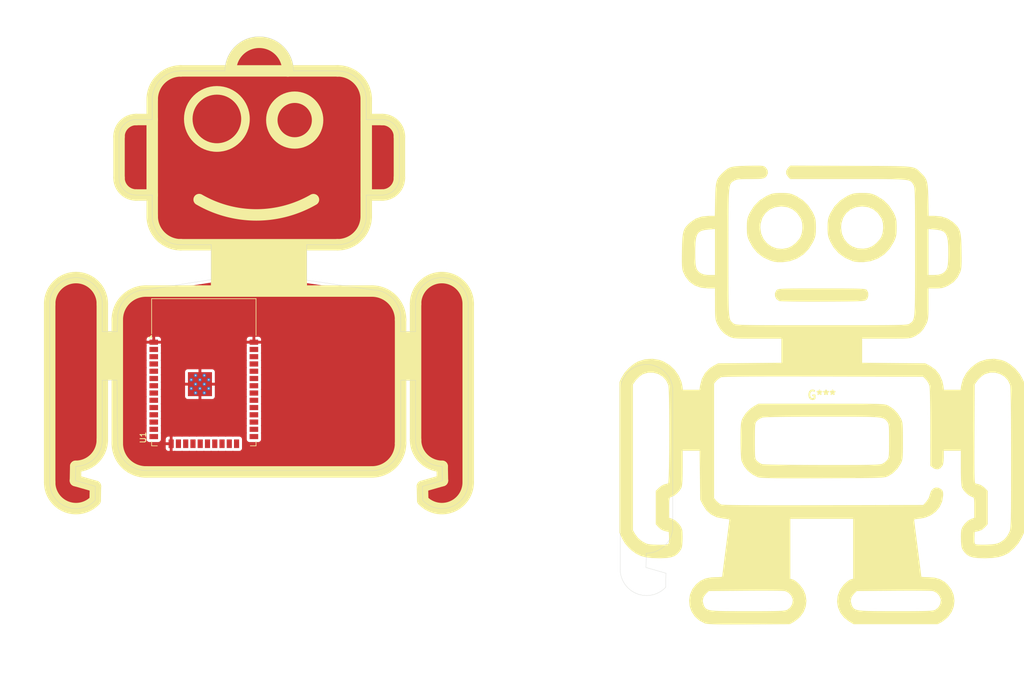
<source format=kicad_pcb>
(kicad_pcb (version 20240108) (generator "pcbnew") (generator_version "8.0")
  (layers (0 "F.Cu" signal) (31 "B.Cu" signal) (34 "B.Paste" user) (35 "F.Paste" user) (36 "B.SilkS" user "B.Silkscreen") (37 "F.SilkS" user "F.Silkscreen") (38 "B.Mask" user) (39 "F.Mask" user) (44 "Edge.Cuts" user))
  (net 0 "")
  (net 36 "GND")
  (footprint "LOGO" (layer "F.Cu") (at 210 108.2)
    (property "Reference" "G***" (at 0 0 0) (layer "F.SilkS") (effects (font (size 1.5 1.5) (thickness 0.3))))
    (property "Value" "LOGO" (hide yes))
    (fp_poly (pts (xy 1.748225 -18.657481) (xy 3.209625 -18.655201) (xy 4.410954 -18.650214) (xy 5.378966 -18.641547) (xy 6.140415 -18.62823) (xy 6.722055 -18.609289) (xy 7.150641 -18.583754) (xy 7.452926 -18.550652) (xy 7.655665 -18.509011) (xy 7.785612 -18.45786) (xy 7.86952 -18.396227) (xy 7.893601 -18.371296) (xy 8.111799 -17.927107) (xy 8.1397 -17.385152) (xy 7.983174 -16.886126) (xy 7.823169 -16.683251) (xy 7.733015 -16.613486) (xy 7.611875 -16.555287) (xy 7.432066 -16.507459) (xy 7.165903 -16.468806) (xy 6.785702 -16.43813) (xy 6.263779 -16.414236) (xy 5.57245 -16.395928) (xy 4.684032 -16.382009) (xy 3.570839 -16.371284) (xy 2.205189 -16.362555) (xy 0.559396 -16.354626) (xy 0.179651 -16.352969) (xy -1.314741 -16.349297) (xy -2.720035 -16.351203) (xy -4.003685 -16.358259) (xy -5.133145 -16.370039) (xy -6.075869 -16.386117) (xy -6.799312 -16.406065) (xy -7.270927 -16.429458) (xy -7.452974 -16.453022) (xy -7.915861 -16.788757) (xy -8.168433 -17.271517) (xy -8.187744 -17.808417) (xy -7.950847 -18.306573) (xy -7.919732 -18.342421) (xy -7.846217 -18.414512) (xy -7.749622 -18.4747) (xy -7.603016 -18.524059) (xy -7.379471 -18.563661) (xy -7.052058 -18.59458) (xy -6.593846 -18.617888) (xy -5.977906 -18.634659) (xy -5.17731 -18.645967) (xy -4.165127 -18.652883) (xy -2.914427 -18.656482) (xy -1.398283 -18.657836) (xy 0 -18.658025)) (fill solid) (layer "F.SilkS"))
    (fp_poly (pts (xy 7.79563 -35.345867) (xy 8.3342 -35.300316) (xy 8.783062 -35.197569) (xy 9.25401 -35.015675) (xy 9.599439 -34.856694) (xy 10.779175 -34.127908) (xy 11.766094 -33.160901) (xy 12.531255 -31.984801) (xy 12.608036 -31.828395) (xy 12.842042 -31.303064) (xy 12.986001 -30.858519) (xy 13.061248 -30.384173) (xy 13.089114 -29.769441) (xy 13.091975 -29.319753) (xy 13.081637 -28.579381) (xy 13.036034 -28.040627) (xy 12.933283 -27.591813) (xy 12.751503 -27.121262) (xy 12.594261 -26.779641) (xy 11.866015 -25.583635) (xy 10.934517 -24.614583) (xy 9.827214 -23.890753) (xy 8.571556 -23.43041) (xy 7.297858 -23.254888) (xy 6.480244 -23.259716) (xy 5.777226 -23.330445) (xy 5.409259 -23.415638) (xy 4.068033 -24.004897) (xy 2.953167 -24.809969) (xy 2.058887 -25.835844) (xy 1.51685 -26.779641) (xy 1.2769 -27.316876) (xy 1.129184 -27.76457) (xy 1.051892 -28.234277) (xy 1.023218 -28.837551) (xy 1.020285 -29.319753) (xy 3.381554 -29.319753) (xy 3.521525 -28.24985) (xy 3.916246 -27.321784) (xy 4.527924 -26.564464) (xy 5.31877 -26.006798) (xy 6.250992 -25.677694) (xy 7.286799 -25.606061) (xy 8.074481 -25.729883) (xy 8.816022 -26.048283) (xy 9.539803 -26.587379) (xy 10.146889 -27.264974) (xy 10.386954 -27.651106) (xy 10.634295 -28.365887) (xy 10.735946 -29.210591) (xy 10.689726 -30.058148) (xy 10.49345 -30.781488) (xy 10.442558 -30.887654) (xy 9.804577 -31.823434) (xy 9.012383 -32.486244) (xy 8.066387 -32.87583) (xy 7.055556 -32.992722) (xy 5.968908 -32.853195) (xy 5.033649 -32.454507) (xy 4.279629 -31.8265) (xy 3.736698 -30.999015) (xy 3.434706 -30.001894) (xy 3.381554 -29.319753) (xy 1.020285 -29.319753) (xy 1.031291 -30.060931) (xy 1.077615 -30.600847) (xy 1.181255 -31.051534) (xy 1.364208 -31.525027) (xy 1.519764 -31.863636) (xy 2.246761 -33.04244) (xy 3.212335 -34.028775) (xy 4.387702 -34.794033) (xy 4.546914 -34.872234) (xy 5.072245 -35.106239) (xy 5.51679 -35.250199) (xy 5.991135 -35.325445) (xy 6.605867 -35.353311) (xy 7.055556 -35.356173)) (fill solid) (layer "F.SilkS"))
    (fp_poly (pts (xy -6.314377 -35.344018) (xy -5.774462 -35.297694) (xy -5.323775 -35.194054) (xy -4.850281 -35.0111) (xy -4.511672 -34.855544) (xy -3.332868 -34.128548) (xy -2.346534 -33.162974) (xy -1.581276 -31.987607) (xy -1.503075 -31.828395) (xy -1.269069 -31.303064) (xy -1.12511 -30.858519) (xy -1.049863 -30.384173) (xy -1.021997 -29.769441) (xy -1.019136 -29.319753) (xy -1.029474 -28.579381) (xy -1.075078 -28.040627) (xy -1.177828 -27.591813) (xy -1.359608 -27.121262) (xy -1.51685 -26.779641) (xy -2.24612 -25.582635) (xy -3.179872 -24.61264) (xy -4.290983 -23.887735) (xy -5.55233 -23.425999) (xy -6.813254 -23.249537) (xy -7.628902 -23.244769) (xy -8.284661 -23.321746) (xy -8.927819 -23.49919) (xy -9.014659 -23.529366) (xy -10.237671 -24.096179) (xy -11.250363 -24.869222) (xy -12.084133 -25.87771) (xy -12.67052 -26.930983) (xy -12.87793 -27.417087) (xy -13.004564 -27.862428) (xy -13.069302 -28.374014) (xy -13.091024 -29.058855) (xy -13.091975 -29.319753) (xy -10.729557 -29.319753) (xy -10.58816 -28.266874) (xy -10.191652 -27.34422) (xy -9.581561 -26.582814) (xy -8.799412 -26.013676) (xy -7.886734 -25.667828) (xy -6.885051 -25.576291) (xy -5.93583 -25.738754) (xy -5.234297 -26.073743) (xy -4.539501 -26.61725) (xy -3.955164 -27.279589) (xy -3.724157 -27.651106) (xy -3.476816 -28.365887) (xy -3.375165 -29.210591) (xy -3.421385 -30.058148) (xy -3.617661 -30.781488) (xy -3.668553 -30.887654) (xy -4.306535 -31.823434) (xy -5.098728 -32.486244) (xy -6.044724 -32.87583) (xy -7.055555 -32.992722) (xy -8.142203 -32.853195) (xy -9.077462 -32.454507) (xy -9.831482 -31.8265) (xy -10.374413 -30.999015) (xy -10.676405 -30.001894) (xy -10.729557 -29.319753) (xy -13.091975 -29.319753) (xy -13.081637 -30.060124) (xy -13.036033 -30.598879) (xy -12.933283 -31.047693) (xy -12.751503 -31.518244) (xy -12.594261 -31.859865) (xy -11.860078 -33.05543) (xy -10.896152 -34.04067) (xy -9.720185 -34.797882) (xy -9.595667 -34.858459) (xy -9.058432 -35.098408) (xy -8.610738 -35.246125) (xy -8.141031 -35.323416) (xy -7.537758 -35.35209) (xy -7.055555 -35.355023)) (fill solid) (layer "F.SilkS"))
    (fp_poly (pts (xy 2.041858 1.489674) (xy 3.871606 1.490614) (xy 5.433923 1.49298) (xy 6.751883 1.497426) (xy 7.848561 1.504607) (xy 8.747031 1.515176) (xy 9.470369 1.529788) (xy 10.041648 1.549097) (xy 10.483943 1.573757) (xy 10.820329 1.604423) (xy 11.07388 1.641748) (xy 11.267671 1.686386) (xy 11.424777 1.738993) (xy 11.568271 1.800221) (xy 11.613424 1.820974) (xy 12.49567 2.38429) (xy 13.271782 3.179975) (xy 13.824325 4.049502) (xy 13.947316 4.313439) (xy 14.038958 4.573353) (xy 14.103842 4.879093) (xy 14.14656 5.280509) (xy 14.171702 5.827447) (xy 14.183859 6.569758) (xy 14.187621 7.55729) (xy 14.187805 7.996296) (xy 14.18599 9.08754) (xy 14.177485 9.91506) (xy 14.157699 10.528703) (xy 14.122041 10.978319) (xy 14.065921 11.313756) (xy 13.984747 11.584864) (xy 13.873929 11.841489) (xy 13.824325 11.943091) (xy 13.21626 12.881968) (xy 12.428889 13.662231) (xy 11.613424 14.171618) (xy 11.467319 14.236323) (xy 11.313531 14.292101) (xy 11.128698 14.339701) (xy 10.889454 14.379868) (xy 10.572437 14.413348) (xy 10.154284 14.440887) (xy 9.611631 14.463233) (xy 8.921115 14.481131) (xy 8.059372 14.495327) (xy 7.003038 14.506568) (xy 5.728752 14.5156) (xy 4.213148 14.52317) (xy 2.432864 14.530023) (xy 0.364537 14.536907) (xy 0.15679 14.537575) (xy -2.015663 14.543548) (xy -3.89565 14.54631) (xy -5.504271 14.545523) (xy -6.862629 14.540852) (xy -7.991823 14.531962) (xy -8.912955 14.518517) (xy -9.647125 14.500182) (xy -10.215434 14.47662) (xy -10.638984 14.447496) (xy -10.938875 14.412475) (xy -11.136209 14.37122) (xy -11.179451 14.357259) (xy -12.108728 13.890956) (xy -12.928656 13.229618) (xy -13.57787 12.438055) (xy -13.995005 11.581073) (xy -14.069037 11.305548) (xy -14.10727 10.970734) (xy -14.140392 10.383473) (xy -14.166343 9.604885) (xy -14.183062 8.696089) (xy -14.187144 7.996296) (xy -11.680864 7.996296) (xy -11.679856 9.057522) (xy -11.673488 9.851222) (xy -11.656741 10.423449) (xy -11.624599 10.82026) (xy -11.572044 11.087707) (xy -11.494058 11.271844) (xy -11.385625 11.418726) (xy -11.297528 11.514878) (xy -10.887734 11.842907) (xy -10.437962 12.061322) (xy -10.435182 12.062134) (xy -10.197425 12.086687) (xy -9.674077 12.110298) (xy -8.893125 12.132557) (xy -7.882559 12.153055) (xy -6.670367 12.171383) (xy -5.284536 12.18713) (xy -3.753056 12.199888) (xy -2.103915 12.209246) (xy -0.365101 12.214795) (xy 0.044234 12.215489) (xy 2.133435 12.21737) (xy 3.930844 12.216393) (xy 5.458238 12.212139) (xy 6.737394 12.204189) (xy 7.790092 12.192127) (xy 8.638107 12.175532) (xy 9.30322 12.153988) (xy 9.807206 12.127075) (xy 10.171845 12.094375) (xy 10.418913 12.05547) (xy 10.562044 12.013444) (xy 11.030678 11.731277) (xy 11.419354 11.365139) (xy 11.538741 11.196551) (xy 11.626383 11.006579) (xy 11.687161 10.746844) (xy 11.725955 10.368965) (xy 11.747649 9.824561) (xy 11.757122 9.065253) (xy 11.759258 8.04266) (xy 11.759259 7.996296) (xy 11.757313 6.962337) (xy 11.748221 6.193569) (xy 11.727102 5.641613) (xy 11.689073 5.258087) (xy 11.629255 4.994612) (xy 11.542764 4.802806) (xy 11.42472 4.634291) (xy 11.419354 4.627453) (xy 11.284543 4.457997) (xy 11.150717 4.312268) (xy 10.994501 4.188477) (xy 10.792523 4.084839) (xy 10.52141 3.999567) (xy 10.157786 3.930874) (xy 9.67828 3.876973) (xy 9.059518 3.836076) (xy 8.278125 3.806398) (xy 7.31073 3.786152) (xy 6.133958 3.77355) (xy 4.724436 3.766805) (xy 3.05879 3.764132) (xy 1.113647 3.763742) (xy 0.122629 3.763837) (xy -1.954613 3.766522) (xy -3.84359 3.774026) (xy -5.527432 3.786097) (xy -6.989268 3.802484) (xy -8.212228 3.822934) (xy -9.179441 3.847195) (xy -9.874036 3.875016) (xy -10.279142 3.906145) (xy -10.359791 3.920389) (xy -10.858787 4.144206) (xy -11.289922 4.469782) (xy -11.300532 4.480912) (xy -11.430178 4.627447) (xy -11.526406 4.782627) (xy -11.594197 4.992483) (xy -11.638529 5.303042) (xy -11.664384 5.760332) (xy -11.67674 6.410384) (xy -11.680578 7.299226) (xy -11.680864 7.996296) (xy -14.187144 7.996296) (xy -14.188516 7.761111) (xy -14.185318 6.702264) (xy -14.17336 5.904181) (xy -14.147889 5.31407) (xy -14.104157 4.879141) (xy -14.037412 4.546603) (xy -13.942904 4.263664) (xy -13.855694 4.062528) (xy -13.301773 3.181836) (xy -12.527864 2.394477) (xy -11.715897 1.843346) (xy -11.053704 1.489506) (xy -0.078395 1.489506)) (fill solid) (layer "F.SilkS"))
    (fp_poly (pts (xy 5.053604 -40.103323) (xy 7.175872 -40.095203) (xy 9.008154 -40.088049) (xy 10.574028 -40.079555) (xy 11.89707 -40.067417) (xy 13.000859 -40.049329) (xy 13.908971 -40.022985) (xy 14.644984 -39.98608) (xy 15.232475 -39.936308) (xy 15.695021 -39.871364) (xy 16.0562 -39.788942) (xy 16.339589 -39.686736) (xy 16.568766 -39.562443) (xy 16.767307 -39.413754) (xy 16.958791 -39.238366) (xy 17.166793 -39.033973) (xy 17.299397 -38.905872) (xy 17.718291 -38.487578) (xy 18.035117 -38.098706) (xy 18.265091 -37.685697) (xy 18.42343 -37.194996) (xy 18.525351 -36.573045) (xy 18.586071 -35.766287) (xy 18.620806 -34.721165) (xy 18.630922 -34.219444) (xy 18.682929 -31.358025) (xy 19.661155 -31.358025) (xy 20.912689 -31.243043) (xy 21.980892 -30.890433) (xy 22.899682 -30.288698) (xy 22.953409 -30.242125) (xy 23.405068 -29.826438) (xy 23.750436 -29.442984) (xy 24.004629 -29.040823) (xy 24.182766 -28.569013) (xy 24.299965 -27.976613) (xy 24.371345 -27.212683) (xy 24.412022 -26.22628) (xy 24.432347 -25.2588) (xy 24.446761 -24.149199) (xy 24.445586 -23.302953) (xy 24.42607 -22.670099) (xy 24.385463 -22.200675) (xy 24.321013 -21.84472) (xy 24.229968 -21.55227) (xy 24.227934 -21.546928) (xy 23.721193 -20.539583) (xy 23.040825 -19.765101) (xy 22.138182 -19.168752) (xy 22.094717 -19.146805) (xy 21.520569 -18.883462) (xy 21.029929 -18.734948) (xy 20.482789 -18.670262) (xy 19.887303 -18.658025) (xy 18.658025 -18.658025) (xy 18.656493 -15.953395) (xy 18.653022 -14.954458) (xy 18.639848 -14.211291) (xy 18.610879 -13.666104) (xy 18.560026 -13.261109) (xy 18.481199 -12.938514) (xy 18.368308 -12.640532) (xy 18.288847 -12.464815) (xy 17.760792 -11.533981) (xy 17.136375 -10.843437) (xy 16.349194 -10.321328) (xy 16.271708 -10.281944) (xy 16.023661 -10.161247) (xy 15.79439 -10.067344) (xy 15.542176 -9.996874) (xy 15.2253 -9.946472) (xy 14.802042 -9.912775) (xy 14.230684 -9.89242) (xy 13.469505 -9.882045) (xy 12.476786 -9.878285) (xy 11.258104 -9.877778) (xy 7.055556 -9.877778) (xy 7.055556 -7.768585) (xy 7.055556 -5.659391) (xy 12.582408 -5.61272) (xy 18.109259 -5.566049) (xy 18.911984 -5.142585) (xy 19.862945 -4.473129) (xy 20.582921 -3.595049) (xy 21.063863 -2.520248) (xy 21.249907 -1.685494) (xy 21.359062 -0.940741) (xy 22.809454 -0.940741) (xy 24.259846 -0.940741) (xy 24.358501 -1.660504) (xy 24.66282 -2.781563) (xy 25.23533 -3.842615) (xy 26.030648 -4.785091) (xy 27.003388 -5.550421) (xy 27.638591 -5.893538) (xy 28.83575 -6.272398) (xy 30.090795 -6.365061) (xy 31.333456 -6.171526) (xy 32.098446 -5.893538) (xy 33.015367 -5.343957) (xy 33.883157 -4.586946) (xy 34.607982 -3.7151) (xy 35.012159 -3.018329) (xy 35.356173 -2.273457) (xy 35.356173 10.896914) (xy 35.356173 24.067284) (xy 34.939047 24.957091) (xy 34.378955 25.901152) (xy 33.642929 26.780592) (xy 32.822651 27.492124) (xy 32.505966 27.698146) (xy 31.738442 28.072041) (xy 30.886559 28.325941) (xy 29.881543 28.473717) (xy 28.654615 28.529241) (xy 28.379012 28.530498) (xy 27.306085 28.49991) (xy 26.482892 28.397093) (xy 25.850007 28.202267) (xy 25.348 27.895648) (xy 24.917444 27.457456) (xy 24.833033 27.350135) (xy 24.602581 27.013268) (xy 24.459921 26.679362) (xy 24.378956 26.25052) (xy 24.333589 25.628845) (xy 24.325333 25.445639) (xy 24.31147 24.755468) (xy 24.32504 24.115804) (xy 24.362974 23.645736) (xy 24.37339 23.581611) (xy 24.601459 23.016217) (xy 25.028155 22.435012) (xy 25.56173 21.940564) (xy 26.110434 21.635442) (xy 26.115899 21.633624) (xy 26.654321 21.455928) (xy 26.654321 19.681999) (xy 26.652036 18.915593) (xy 26.637306 18.405943) (xy 26.598317 18.096227) (xy 26.523256 17.92962) (xy 26.400308 17.8493) (xy 26.265221 17.810411) (xy 25.796283 17.585162) (xy 25.280163 17.178794) (xy 24.819312 16.685766) (xy 24.516179 16.200538) (xy 24.5143 16.196066) (xy 24.429962 15.878983) (xy 24.368593 15.368238) (xy 24.328259 14.631956) (xy 24.307024 13.638264) (xy 24.302469 12.705036) (xy 24.302469 10.319949) (xy 26.675592 10.319949) (xy 26.676208 11.68373) (xy 26.682018 12.797891) (xy 26.693408 13.683744) (xy 26.710762 14.362601) (xy 26.734467 14.855773) (xy 26.764907 15.184572) (xy 26.802467 15.370309) (xy 26.845195 15.43369) (xy 27.1396 15.511861) (xy 27.50239 15.596764) (xy 27.894566 15.770325) (xy 28.335388 16.085926) (xy 28.482328 16.221341) (xy 29.006173 16.745185) (xy 29.006173 19.656026) (xy 29.006173 22.566866) (xy 28.525951 23.113809) (xy 27.950879 23.590942) (xy 27.389223 23.790006) (xy 26.732716 23.91926) (xy 26.68539 24.919736) (xy 26.684726 25.576182) (xy 26.761401 25.956013) (xy 26.84218 26.060248) (xy 27.074998 26.112031) (xy 27.547435 26.143886) (xy 28.185981 26.152735) (xy 28.770988 26.141043) (xy 29.631634 26.098079) (xy 30.255744 26.029816) (xy 30.720104 25.923688) (xy 31.101498 25.76713) (xy 31.12284 25.75616) (xy 31.848847 25.279409) (xy 32.387988 24.666582) (xy 32.755961 23.988889) (xy 32.814731 23.852382) (xy 32.865832 23.705372) (xy 32.909805 23.52615) (xy 32.94719 23.293009) (xy 32.978529 22.984241) (xy 33.004363 22.578138) (xy 33.025232 22.052993) (xy 33.041679 21.387096) (xy 33.054244 20.558742) (xy 33.063468 19.54622) (xy 33.069893 18.327825) (xy 33.074059 16.881848) (xy 33.076508 15.186581) (xy 33.07778 13.220316) (xy 33.078398 11.053704) (xy 33.076781 8.50205) (xy 33.07085 6.21858) (xy 33.060675 4.209054) (xy 33.04633 2.479236) (xy 33.027886 1.034888) (xy 33.005414 -0.11823) (xy 32.978986 -0.974355) (xy 32.948674 -1.527724) (xy 32.919026 -1.75902) (xy 32.542744 -2.570685) (xy 31.94596 -3.218639) (xy 31.189044 -3.678614) (xy 30.332366 -3.926339) (xy 29.436296 -3.937545) (xy 28.561203 -3.687963) (xy 28.366086 -3.589374) (xy 27.8565 -3.222059) (xy 27.367725 -2.736102) (xy 27.210049 -2.534491) (xy 26.732716 -1.854784) (xy 26.688405 6.758282) (xy 26.679786 8.685237) (xy 26.675592 10.319949) (xy 24.302469 10.319949) (xy 24.302469 9.720988) (xy 22.812963 9.720988) (xy 21.323457 9.720988) (xy 21.323457 10.828826) (xy 21.298168 11.437356) (xy 21.231933 11.960231) (xy 21.141056 12.279135) (xy 20.743223 12.782364) (xy 20.261072 12.99155) (xy 19.726624 12.899229) (xy 19.384725 12.68862) (xy 18.971605 12.36366) (xy 18.967865 5.672262) (xy 18.963781 4.229578) (xy 18.953654 2.864862) (xy 18.938208 1.614291) (xy 18.918165 0.514041) (xy 18.894248 -0.399711) (xy 18.867181 -1.090789) (xy 18.837687 -1.523016) (xy 18.821858 -1.632498) (xy 18.611787 -2.149314) (xy 18.273843 -2.645696) (xy 18.195447 -2.730029) (xy 17.711303 -3.214197) (xy 0.271392 -3.255774) (xy -2.665175 -3.26183) (xy -5.299639 -3.265199) (xy -7.643469 -3.265793) (xy -9.708131 -3.263524) (xy -11.505092 -3.258302) (xy -13.045819 -3.250039) (xy -14.34178 -3.238648) (xy -15.404442 -3.224038) (xy -16.245273 -3.206123) (xy -16.875738 -3.184812) (xy -17.307306 -3.160019) (xy -17.551444 -3.131654) (xy -17.602866 -3.117845) (xy -18.001965 -2.872226) (xy -18.393609 -2.513717) (xy -18.426014 -2.476275) (xy -18.814815 -2.014212) (xy -18.814815 7.996296) (xy -18.814815 18.006805) (xy -18.426014 18.468868) (xy -18.045659 18.830763) (xy -17.638761 19.094645) (xy -17.602866 19.110437) (xy -17.438577 19.140409) (xy -17.091984 19.166773) (xy -16.551626 19.189618) (xy -15.806039 19.209032) (xy -14.84376 19.225102) (xy -13.653326 19.237919) (xy -12.223274 19.247569) (xy -10.542141 19.254142) (xy -8.598463 19.257726) (xy -6.380779 19.258409) (xy -3.877624 19.256279) (xy -1.077536 19.251426) (xy 0.286453 19.248367) (xy 17.741425 19.20679) (xy 18.253399 18.648105) (xy 18.711731 17.955662) (xy 18.870695 17.430776) (xy 19.087959 16.781219) (xy 19.46499 16.34515) (xy 19.948268 16.148774) (xy 20.484273 16.218297) (xy 20.874914 16.449422) (xy 21.10629 16.697681) (xy 21.209246 17.02131) (xy 21.222107 17.526821) (xy 21.043029 18.613929) (xy 20.595816 19.584787) (xy 19.915054 20.404939) (xy 19.035334 21.039925) (xy 17.991244 21.455289) (xy 17.132376 21.601064) (xy 16.624055 21.656246) (xy 16.268925 21.722267) (xy 16.149383 21.779093) (xy 16.168603 21.953395) (xy 16.223071 22.400591) (xy 16.307999 23.08256) (xy 16.418599 23.961182) (xy 16.550083 24.998335) (xy 16.697662 26.155901) (xy 16.776543 26.77223) (xy 16.930354 27.974969) (xy 17.070494 29.075573) (xy 17.192178 30.036105) (xy 17.290626 30.818627) (xy 17.361056 31.385205) (xy 17.398684 31.697901) (xy 17.403704 31.747319) (xy 17.547548 31.786493) (xy 17.927372 31.815269) (xy 18.465614 31.828168) (xy 18.551699 31.828395) (xy 19.707171 31.911486) (xy 20.658974 32.177157) (xy 21.474316 32.650011) (xy 21.958084 33.07525) (xy 22.644791 33.962394) (xy 23.055574 34.938979) (xy 23.196995 35.958299) (xy 23.075611 36.973651) (xy 22.697985 37.938331) (xy 22.070677 38.805635) (xy 21.200246 39.528857) (xy 21.037531 39.628859) (xy 20.304321 40.059877) (xy 12.935185 40.059877) (xy 5.566049 40.059877) (xy 4.832839 39.628859) (xy 3.919369 38.930335) (xy 3.250936 38.081039) (xy 2.833859 37.127088) (xy 2.674458 36.114597) (xy 2.686663 35.994997) (xy 5.065711 35.994997) (xy 5.230446 36.697695) (xy 5.249009 36.737847) (xy 5.370189 36.982425) (xy 5.4997 37.185357) (xy 5.666175 37.350548) (xy 5.898244 37.481902) (xy 6.224541 37.583326) (xy 6.673697 37.658723) (xy 7.274344 37.711999) (xy 8.055114 37.747058) (xy 9.04464 37.767804) (xy 10.271553 37.778144) (xy 11.764486 37.781981) (xy 12.91149 37.78285) (xy 14.53247 37.782387) (xy 15.869681 37.778324) (xy 16.952921 37.769612) (xy 17.811992 37.755201) (xy 18.476691 37.734044) (xy 18.976821 37.705092) (xy 19.342179 37.667295) (xy 19.602567 37.619606) (xy 19.787784 37.560975) (xy 19.837337 37.539119) (xy 20.358526 37.131873) (xy 20.700509 36.543921) (xy 20.808987 35.882183) (xy 20.785473 35.672082) (xy 20.533617 35.075679) (xy 20.072618 34.579543) (xy 19.498735 34.281101) (xy 19.385205 34.254846) (xy 19.124002 34.236386) (xy 18.585612 34.221492) (xy 17.806411 34.210393) (xy 16.822775 34.203315) (xy 15.671078 34.200486) (xy 14.387697 34.202135) (xy 13.009008 34.208489) (xy 12.51416 34.21184) (xy 6.13511 34.258642) (xy 5.656544 34.717278) (xy 5.209343 35.326928) (xy 5.065711 35.994997) (xy 2.686663 35.994997) (xy 2.779053 35.08968) (xy 3.153963 34.098453) (xy 3.805509 33.187031) (xy 3.932012 33.055525) (xy 4.378138 32.653995) (xy 4.802271 32.346101) (xy 5.081723 32.209863) (xy 5.487654 32.107981) (xy 5.487654 26.872509) (xy 5.487654 21.637037) (xy 0 21.637037) (xy -5.487654 21.637037) (xy -5.487654 26.872509) (xy -5.487654 32.107981) (xy -5.081723 32.209863) (xy -4.761644 32.37191) (xy -4.330512 32.6931) (xy -3.932012 33.055525) (xy -3.236906 33.950404) (xy -2.819418 34.932254) (xy -2.673227 35.954962) (xy -2.792015 36.972411) (xy -3.169461 37.938487) (xy -3.799245 38.807073) (xy -4.675048 39.532056) (xy -4.832839 39.628859) (xy -5.566049 40.059877) (xy -12.7 40.095298) (xy -14.46862 40.102295) (xy -15.949615 40.103811) (xy -17.168903 40.099252) (xy -18.152403 40.088019) (xy -18.92603 40.069518) (xy -19.515704 40.043152) (xy -19.947342 40.008325) (xy -20.246862 39.964441) (xy -20.422232 39.917677) (xy -21.408878 39.41024) (xy -22.189203 38.70665) (xy -22.752436 37.854884) (xy -23.08781 36.902921) (xy -23.17528 35.994997) (xy -20.80466 35.994997) (xy -20.639924 36.697695) (xy -20.621361 36.737847) (xy -20.500181 36.982425) (xy -20.37067 37.185357) (xy -20.204196 37.350548) (xy -19.972126 37.481902) (xy -19.64583 37.583326) (xy -19.196674 37.658723) (xy -18.596027 37.711999) (xy -17.815256 37.747058) (xy -16.82573 37.767804) (xy -15.598817 37.778144) (xy -14.105885 37.781981) (xy -12.958881 37.78285) (xy -11.3379 37.782387) (xy -10.000689 37.778324) (xy -8.917449 37.769612) (xy -8.058379 37.755201) (xy -7.393679 37.734044) (xy -6.89355 37.705092) (xy -6.528191 37.667295) (xy -6.267804 37.619606) (xy -6.082587 37.560975) (xy -6.033033 37.539119) (xy -5.511844 37.131873) (xy -5.169861 36.543921) (xy -5.061383 35.882183) (xy -5.084897 35.672082) (xy -5.336754 35.075679) (xy -5.797753 34.579543) (xy -6.371636 34.281101) (xy -6.485165 34.254846) (xy -6.746368 34.236386) (xy -7.284758 34.221492) (xy -8.063959 34.210393) (xy -9.047596 34.203315) (xy -10.199292 34.200486) (xy -11.482673 34.202135) (xy -12.861363 34.208489) (xy -13.35621 34.21184) (xy -19.735261 34.258642) (xy -20.213826 34.717278) (xy -20.661028 35.326928) (xy -20.80466 35.994997) (xy -23.17528 35.994997) (xy -23.184554 35.898738) (xy -23.0319 34.890313) (xy -22.619078 33.925624) (xy -21.958083 33.07525) (xy -21.195008 32.456086) (xy -20.338716 32.059932) (xy -19.321997 31.862188) (xy -18.551699 31.828395) (xy -17.997016 31.818236) (xy -17.58957 31.791412) (xy -17.406923 31.753399) (xy -17.403704 31.747319) (xy -17.384499 31.577571) (xy -17.330072 31.134742) (xy -17.245207 30.456767) (xy -17.134684 29.581584) (xy -17.003287 28.54713) (xy -16.855798 27.39134) (xy -16.776543 26.77223) (xy -16.622672 25.568468) (xy -16.482486 24.465927) (xy -16.360774 23.502725) (xy -16.262322 22.716983) (xy -16.19192 22.146822) (xy -16.154355 21.830362) (xy -16.149383 21.779093) (xy -16.292035 21.716589) (xy -16.664499 21.650907) (xy -17.141382 21.600341) (xy -18.332988 21.368734) (xy -19.344565 20.881285) (xy -20.171955 20.140762) (xy -20.803923 19.164393) (xy -21.245062 18.266049) (xy -21.293475 13.993519) (xy -21.341889 9.720988) (xy -22.822179 9.720988) (xy -24.302469 9.720988) (xy -24.302469 12.705036) (xy -24.310649 13.912672) (xy -24.336479 14.838996) (xy -24.381894 15.515881) (xy -24.448826 15.975202) (xy -24.514299 16.196066) (xy -24.815348 16.680742) (xy -25.275134 17.174157) (xy -25.791209 17.581853) (xy -26.261121 17.80937) (xy -26.265221 17.810411) (xy -26.433201 17.862988) (xy -26.544179 17.957998) (xy -26.609967 18.152263) (xy -26.642378 18.502607) (xy -26.653228 19.065853) (xy -26.654321 19.681999) (xy -26.654321 21.455928) (xy -26.115899 21.633624) (xy -25.56752 21.936237) (xy -25.033315 22.429243) (xy -24.605035 23.010073) (xy -24.374427 23.57616) (xy -24.37339 23.581611) (xy -24.330879 24.002632) (xy -24.312107 24.61746) (xy -24.320144 25.307008) (xy -24.325333 25.445639) (xy -24.366151 26.126367) (xy -24.43648 26.59143) (xy -24.562417 26.938725) (xy -24.77006 27.266147) (xy -24.833033 27.350135) (xy -25.256312 27.817594) (xy -25.73892 28.149445) (xy -26.340285 28.365468) (xy -27.119835 28.485446) (xy -28.136998 28.529161) (xy -28.379012 28.530498) (xy -29.689599 28.491855) (xy -30.76168 28.358672) (xy -31.661835 28.108897) (xy -32.456647 27.720476) (xy -33.212697 27.171354) (xy -33.642115 26.787187) (xy -34.395074 25.913939) (xy -34.905532 25.042891) (xy -35.356173 24.067284) (xy -35.356173 10.896914) (xy -35.356173 -1.854469) (xy -33.004321 -1.854469) (xy -33.004321 10.871222) (xy -33.004321 23.596914) (xy -32.612346 24.295507) (xy -32.101555 24.968473) (xy -31.419154 25.545847) (xy -30.675089 25.941666) (xy -30.397959 26.026849) (xy -29.966917 26.09201) (xy -29.368765 26.136315) (xy -28.687811 26.159225) (xy -28.008362 26.160196) (xy -27.414729 26.138689) (xy -26.991218 26.094162) (xy -26.84218 26.04968) (xy -26.720083 25.829235) (xy -26.675804 25.353334) (xy -26.68539 24.919736) (xy -26.732716 23.91926) (xy -27.389223 23.790006) (xy -28.05541 23.528761) (xy -28.525951 23.113809) (xy -29.006173 22.566866) (xy -29.006173 19.656026) (xy -29.006173 16.745185) (xy -28.482328 16.221341) (xy -28.062906 15.877619) (xy -27.634437 15.639166) (xy -27.50239 15.596764) (xy -27.105245 15.50356) (xy -26.850309 15.435653) (xy -26.809105 15.271307) (xy -26.772314 14.828187) (xy -26.740001 14.141069) (xy -26.712232 13.244728) (xy -26.689071 12.173942) (xy -26.670584 10.963486) (xy -26.656837 9.648136) (xy -26.647895 8.262668) (xy -26.643823 6.841857) (xy -26.644686 5.420481) (xy -26.65055 4.033315) (xy -26.661479 2.715135) (xy -26.677541 1.500716) (xy -26.698798 0.424836) (xy -26.725318 -0.47773) (xy -26.757165 -1.172205) (xy -26.794405 -1.623815) (xy -26.818011 -1.75902) (xy -27.194293 -2.570685) (xy -27.791077 -3.218639) (xy -28.547993 -3.678614) (xy -29.404671 -3.926339) (xy -30.300741 -3.937545) (xy -31.175834 -3.687963) (xy -31.370951 -3.589374) (xy -31.880483 -3.222072) (xy -32.369226 -2.736088) (xy -32.526988 -2.534333) (xy -33.004321 -1.854469) (xy -35.356173 -1.854469) (xy -35.356173 -2.273457) (xy -35.012159 -3.018329) (xy -34.462972 -3.915481) (xy -33.697992 -4.769664) (xy -32.811052 -5.488284) (xy -32.098446 -5.893538) (xy -30.901287 -6.272398) (xy -29.646242 -6.365061) (xy -28.403581 -6.171526) (xy -27.638591 -5.893538) (xy -26.585702 -5.258553) (xy -25.68088 -4.407172) (xy -24.970168 -3.399319) (xy -24.499608 -2.294915) (xy -24.352524 -1.6169) (xy -24.259846 -0.940741) (xy -22.812963 -0.940741) (xy -21.36608 -0.940741) (xy -21.267425 -1.660504) (xy -20.962705 -2.840601) (xy -20.40484 -3.858168) (xy -19.61362 -4.68395) (xy -18.911984 -5.142585) (xy -18.109259 -5.566049) (xy -12.582407 -5.61272) (xy -7.055555 -5.659391) (xy -7.055555 -7.768585) (xy -7.055555 -9.877778) (xy -11.258104 -9.877778) (xy -12.514248 -9.878339) (xy -13.498531 -9.882266) (xy -14.252673 -9.892922) (xy -14.818393 -9.913669) (xy -15.237409 -9.947871) (xy -15.551443 -9.998892) (xy -15.802212 -10.070093) (xy -16.031437 -10.164839) (xy -16.271708 -10.281944) (xy -17.075994 -10.792918) (xy -17.711804 -11.466146) (xy -18.245539 -12.373481) (xy -18.288847 -12.464815) (xy -18.423238 -12.774044) (xy -18.520189 -13.075861) (xy -18.585792 -13.428054) (xy -18.626135 -13.888415) (xy -18.64731 -14.514731) (xy -18.655406 -15.364793) (xy -18.656493 -15.953395) (xy -18.658025 -18.658025) (xy -19.887303 -18.658025) (xy -21.138809 -18.789535) (xy -22.218397 -19.179905) (xy -23.116682 -19.822887) (xy -23.824281 -20.712238) (xy -24.227934 -21.546928) (xy -24.319518 -21.838645) (xy -24.384455 -22.192904) (xy -24.425496 -22.659669) (xy -24.445391 -23.288901) (xy -24.446894 -24.130564) (xy -24.436696 -24.926879) (xy -22.107407 -24.926879) (xy -22.096621 -23.855372) (xy -22.055115 -23.046818) (xy -21.969162 -22.451051) (xy -21.825041 -22.017907) (xy -21.609025 -21.697219) (xy -21.307392 -21.438822) (xy -21.119857 -21.317109) (xy -20.600179 -21.10394) (xy -19.904275 -21.015528) (xy -19.637963 -21.010463) (xy -18.658025 -21.009876) (xy -18.658025 -25.030765) (xy -18.658025 -29.051653) (xy -19.771149 -28.958333) (xy -20.504948 -28.868457) (xy -21.068864 -28.712264) (xy -21.484684 -28.452156) (xy -21.774197 -28.050537) (xy -21.95919 -27.469809) (xy -22.061451 -26.672377) (xy -22.102767 -25.620642) (xy -22.107407 -24.926879) (xy -24.436696 -24.926879) (xy -24.432755 -25.234618) (xy -24.432347 -25.2588) (xy -24.405213 -26.456422) (xy -24.359292 -27.391427) (xy -24.279465 -28.114754) (xy -24.150615 -28.677346) (xy -23.957623 -29.130143) (xy -23.685372 -29.524086) (xy -23.318742 -29.910117) (xy -22.953408 -30.242125) (xy -22.042905 -30.859959) (xy -20.985129 -31.227943) (xy -19.746162 -31.357574) (xy -19.661155 -31.358025) (xy -18.682929 -31.358025) (xy -18.630922 -34.219444) (xy -18.602367 -35.375992) (xy -18.553971 -36.272551) (xy -18.470518 -36.962677) (xy -18.336791 -37.499928) (xy -18.137574 -37.937861) (xy -17.857649 -38.330033) (xy -17.4818 -38.73) (xy -17.299397 -38.905872) (xy -16.871546 -39.295414) (xy -16.48567 -39.586401) (xy -16.085004 -39.794326) (xy -15.612781 -39.93468) (xy -15.012237 -40.022956) (xy -14.226608 -40.074645) (xy -13.199128 -40.10524) (xy -12.880927 -40.111738) (xy -11.895698 -40.129313) (xy -11.174248 -40.134715) (xy -10.66686 -40.123108) (xy -10.323819 -40.089657) (xy -10.095409 -40.029526) (xy -9.931913 -39.937879) (xy -9.784322 -39.810542) (xy -9.464146 -39.329014) (xy -9.411784 -38.79801) (xy -9.625342 -38.306355) (xy -9.820527 -38.11138) (xy -10.009265 -37.983421) (xy -10.233066 -37.894026) (xy -10.548537 -37.836383) (xy -11.012285 -37.803678) (xy -11.680916 -37.789097) (xy -12.525157 -37.785834) (xy -13.444471 -37.781036) (xy -14.109532 -37.762733) (xy -14.579589 -37.72424) (xy -14.913895 -37.658876) (xy -15.1717 -37.559956) (xy -15.335669 -37.46882) (xy -15.515721 -37.35973) (xy -15.672018 -37.252707) (xy -15.80624 -37.126052) (xy -15.920067 -36.958067) (xy -16.015176 -36.727053) (xy -16.093247 -36.411311) (xy -16.155959 -35.989143) (xy -16.204992 -35.438849) (xy -16.242024 -34.738732) (xy -16.268734 -33.867092) (xy -16.286802 -32.802231) (xy -16.297906 -31.52245) (xy -16.303725 -30.006051) (xy -16.30594 -28.231334) (xy -16.306227 -26.176601) (xy -16.306173 -24.926879) (xy -16.306334 -22.737209) (xy -16.305768 -20.839011) (xy -16.302903 -19.210175) (xy -16.296164 -17.828595) (xy -16.283979 -16.672163) (xy -16.264773 -15.718771) (xy -16.236973 -14.946311) (xy -16.199006 -14.332675) (xy -16.149299 -13.855755) (xy -16.086278 -13.493444) (xy -16.00837 -13.223634) (xy -15.914001 -13.024216) (xy -15.801598 -12.873083) (xy -15.669587 -12.748127) (xy -15.516396 -12.62724) (xy -15.425815 -12.557054) (xy -15.353033 -12.502443) (xy -15.269388 -12.454269) (xy -15.15586 -12.412129) (xy -14.993431 -12.375619) (xy -14.763084 -12.344335) (xy -14.445799 -12.317874) (xy -14.022558 -12.295831) (xy -13.474344 -12.277803) (xy -12.782137 -12.263387) (xy -11.926919 -12.252179) (xy -10.889673 -12.243775) (xy -9.651379 -12.237771) (xy -8.193019 -12.233764) (xy -6.495575 -12.23135) (xy -4.540029 -12.230125) (xy -2.307362 -12.229686) (xy 0 -12.22963) (xy 2.503524 -12.229703) (xy 4.712485 -12.230191) (xy 6.645903 -12.231499) (xy 8.322796 -12.23403) (xy 9.762182 -12.238187) (xy 10.983079 -12.244375) (xy 12.004506 -12.252996) (xy 12.845482 -12.264455) (xy 13.525024 -12.279156) (xy 14.062151 -12.297501) (xy 14.475881 -12.319895) (xy 14.785232 -12.346741) (xy 15.009224 -12.378443) (xy 15.166874 -12.415405) (xy 15.2772 -12.45803) (xy 15.359222 -12.506722) (xy 15.425815 -12.557054) (xy 15.590177 -12.684113) (xy 15.732722 -12.803404) (xy 15.855002 -12.936916) (xy 15.958566 -13.106638) (xy 16.044964 -13.334559) (xy 16.115745 -13.642668) (xy 16.17246 -14.052953) (xy 16.216658 -14.587405) (xy 16.249889 -15.268011) (xy 16.273703 -16.116761) (xy 16.28965 -17.155643) (xy 16.299279 -18.406648) (xy 16.304141 -19.891763) (xy 16.305784 -21.632978) (xy 16.305759 -23.652282) (xy 16.305588 -25.030765) (xy 18.658025 -25.030765) (xy 18.658025 -21.009876) (xy 19.637963 -21.010463) (xy 20.407358 -21.06404) (xy 20.971845 -21.236439) (xy 21.119857 -21.317109) (xy 21.469526 -21.563163) (xy 21.726704 -21.846385) (xy 21.905115 -22.21694) (xy 22.018483 -22.724993) (xy 22.080533 -23.420711) (xy 22.104989 -24.354259) (xy 22.107408 -24.926879) (xy 22.089065 -26.134343) (xy 22.01941 -27.067081) (xy 21.876503 -27.762566) (xy 21.638403 -28.258275) (xy 21.283172 -28.591682) (xy 20.788868 -28.800261) (xy 20.133552 -28.921488) (xy 19.745916 -28.960449) (xy 18.658025 -29.051653) (xy 18.658025 -25.030765) (xy 16.305588 -25.030765) (xy 16.305587 -25.039436) (xy 16.305228 -27.190615) (xy 16.304005 -29.050546) (xy 16.301333 -30.641558) (xy 16.296632 -31.985983) (xy 16.289319 -33.106152) (xy 16.278811 -34.024395) (xy 16.264527 -34.763045) (xy 16.245883 -35.344431) (xy 16.222298 -35.790885) (xy 16.193189 -36.124737) (xy 16.157974 -36.36832) (xy 16.11607 -36.543963) (xy 16.066896 -36.673997) (xy 16.009869 -36.780755) (xy 15.99894 -36.798869) (xy 15.883554 -36.991162) (xy 15.773681 -37.156752) (xy 15.646366 -37.297634) (xy 15.478655 -37.415799) (xy 15.247597 -37.513243) (xy 14.930237 -37.591957) (xy 14.503621 -37.653935) (xy 13.944797 -37.701169) (xy 13.23081 -37.735654) (xy 12.338708 -37.759381) (xy 11.245536 -37.774345) (xy 9.928341 -37.782538) (xy 8.364171 -37.785954) (xy 6.53007 -37.786585) (xy 4.625968 -37.78642) (xy -5.501908 -37.78642) (xy -5.886756 -38.171268) (xy -6.208208 -38.672338) (xy -6.223484 -39.197915) (xy -5.9327 -39.705282) (xy -5.882507 -39.757672) (xy -5.493409 -40.146769)) (fill solid) (layer "F.SilkS"))
  )
  (footprint "RF_Module:ESP32-WROOM-32" (layer "F.Cu") (at 102.02 107.19)
    (property "Reference" "U1" (at -10.61 8.43 90) (layer "F.SilkS"))
    (property "Value" "ESP32-WROOM-32")
    (fp_line (start -9.12 -15.86) (end -9.12 -9.7) (stroke (width 0.12)) (layer "F.SilkS"))
    (fp_line (start -9.12 -15.86) (end 9.12 -15.86) (stroke (width 0.12)) (layer "F.SilkS"))
    (fp_line (start -9.12 9.1) (end -9.12 9.88) (stroke (width 0.12)) (layer "F.SilkS"))
    (fp_line (start -9.12 9.88) (end -8.12 9.88) (stroke (width 0.12)) (layer "F.SilkS"))
    (fp_line (start 9.12 -15.86) (end 9.12 -9.445) (stroke (width 0.12)) (layer "F.SilkS"))
    (fp_line (start 9.12 9.1) (end 9.12 9.88) (stroke (width 0.12)) (layer "F.SilkS"))
    (fp_line (start 9.12 9.88) (end 8.12 9.88) (stroke (width 0.12)) (layer "F.SilkS"))
    (fp_poly (pts (xy -9.125 -8.975) (xy -9.625 -8.975) (xy -9.125 -9.475) (xy -9.125 -8.975)) (stroke (width 0.12)) (fill solid) (layer "F.SilkS"))
    (pad "1" smd rect (at -8.75 -8.25) (size 1.5 0.9) (layers "F.Cu" "F.Paste" "F.Mask") (net 36 "GND"))
    (pad "2" smd rect (at -8.75 -6.98) (size 1.5 0.9) (layers "F.Cu" "F.Paste" "F.Mask"))
    (pad "3" smd rect (at -8.75 -5.71) (size 1.5 0.9) (layers "F.Cu" "F.Paste" "F.Mask"))
    (pad "4" smd rect (at -8.75 -4.44) (size 1.5 0.9) (layers "F.Cu" "F.Paste" "F.Mask"))
    (pad "5" smd rect (at -8.75 -3.17) (size 1.5 0.9) (layers "F.Cu" "F.Paste" "F.Mask"))
    (pad "6" smd rect (at -8.75 -1.9) (size 1.5 0.9) (layers "F.Cu" "F.Paste" "F.Mask"))
    (pad "7" smd rect (at -8.75 -0.63) (size 1.5 0.9) (layers "F.Cu" "F.Paste" "F.Mask"))
    (pad "8" smd rect (at -8.75 0.64) (size 1.5 0.9) (layers "F.Cu" "F.Paste" "F.Mask"))
    (pad "9" smd rect (at -8.75 1.91) (size 1.5 0.9) (layers "F.Cu" "F.Paste" "F.Mask"))
    (pad "10" smd rect (at -8.75 3.18) (size 1.5 0.9) (layers "F.Cu" "F.Paste" "F.Mask"))
    (pad "11" smd rect (at -8.75 4.45) (size 1.5 0.9) (layers "F.Cu" "F.Paste" "F.Mask"))
    (pad "12" smd rect (at -8.75 5.72) (size 1.5 0.9) (layers "F.Cu" "F.Paste" "F.Mask"))
    (pad "13" smd rect (at -8.75 6.99) (size 1.5 0.9) (layers "F.Cu" "F.Paste" "F.Mask"))
    (pad "14" smd rect (at -8.75 8.26) (size 1.5 0.9) (layers "F.Cu" "F.Paste" "F.Mask"))
    (pad "15" smd rect (at -5.71 9.51 90) (size 1.5 0.9) (layers "F.Cu" "F.Paste" "F.Mask") (net 36 "GND"))
    (pad "16" smd rect (at -4.44 9.51 90) (size 1.5 0.9) (layers "F.Cu" "F.Paste" "F.Mask"))
    (pad "17" smd rect (at -3.17 9.51 90) (size 1.5 0.9) (layers "F.Cu" "F.Paste" "F.Mask"))
    (pad "18" smd rect (at -1.9 9.51 90) (size 1.5 0.9) (layers "F.Cu" "F.Paste" "F.Mask"))
    (pad "19" smd rect (at -0.63 9.51 90) (size 1.5 0.9) (layers "F.Cu" "F.Paste" "F.Mask"))
    (pad "20" smd rect (at 0.64 9.51 90) (size 1.5 0.9) (layers "F.Cu" "F.Paste" "F.Mask"))
    (pad "21" smd rect (at 1.91 9.51 90) (size 1.5 0.9) (layers "F.Cu" "F.Paste" "F.Mask"))
    (pad "22" smd rect (at 3.18 9.51 90) (size 1.5 0.9) (layers "F.Cu" "F.Paste" "F.Mask"))
    (pad "23" smd rect (at 4.45 9.51 90) (size 1.5 0.9) (layers "F.Cu" "F.Paste" "F.Mask"))
    (pad "24" smd rect (at 5.72 9.51 90) (size 1.5 0.9) (layers "F.Cu" "F.Paste" "F.Mask"))
    (pad "25" smd rect (at 8.75 8.26) (size 1.5 0.9) (layers "F.Cu" "F.Paste" "F.Mask"))
    (pad "26" smd rect (at 8.75 6.99) (size 1.5 0.9) (layers "F.Cu" "F.Paste" "F.Mask"))
    (pad "27" smd rect (at 8.75 5.72) (size 1.5 0.9) (layers "F.Cu" "F.Paste" "F.Mask"))
    (pad "28" smd rect (at 8.75 4.45) (size 1.5 0.9) (layers "F.Cu" "F.Paste" "F.Mask"))
    (pad "29" smd rect (at 8.75 3.18) (size 1.5 0.9) (layers "F.Cu" "F.Paste" "F.Mask"))
    (pad "30" smd rect (at 8.75 1.91) (size 1.5 0.9) (layers "F.Cu" "F.Paste" "F.Mask"))
    (pad "31" smd rect (at 8.75 0.64) (size 1.5 0.9) (layers "F.Cu" "F.Paste" "F.Mask"))
    (pad "32" smd rect (at 8.75 -0.63) (size 1.5 0.9) (layers "F.Cu" "F.Paste" "F.Mask"))
    (pad "33" smd rect (at 8.75 -1.9) (size 1.5 0.9) (layers "F.Cu" "F.Paste" "F.Mask"))
    (pad "34" smd rect (at 8.75 -3.17) (size 1.5 0.9) (layers "F.Cu" "F.Paste" "F.Mask"))
    (pad "35" smd rect (at 8.75 -4.44) (size 1.5 0.9) (layers "F.Cu" "F.Paste" "F.Mask"))
    (pad "36" smd rect (at 8.75 -5.71) (size 1.5 0.9) (layers "F.Cu" "F.Paste" "F.Mask"))
    (pad "37" smd rect (at 8.75 -6.98) (size 1.5 0.9) (layers "F.Cu" "F.Paste" "F.Mask"))
    (pad "38" smd rect (at 8.75 -8.25) (size 1.5 0.9) (layers "F.Cu" "F.Paste" "F.Mask") (net 36 "GND"))
    (pad "39" smd rect (at -2.205 -2.435) (size 1.05 1.05) (layers "F.Cu" "F.Paste") (net 36 "GND"))
    (pad "39" thru_hole circle (at -2.205 -1.6725) (size 0.6 0.6) (drill 0.2) (property pad_prop_heatsink) (layers "*.Cu" "F.Mask") (net 36 "GND"))
    (pad "39" smd rect (at -2.205 -0.91) (size 1.05 1.05) (layers "F.Cu" "F.Paste") (net 36 "GND"))
    (pad "39" thru_hole circle (at -2.205 -0.1475) (size 0.6 0.6) (drill 0.2) (property pad_prop_heatsink) (layers "*.Cu" "F.Mask") (net 36 "GND"))
    (pad "39" smd rect (at -2.205 0.615) (size 1.05 1.05) (layers "F.Cu" "F.Paste") (net 36 "GND"))
    (pad "39" thru_hole circle (at -1.4425 -2.435) (size 0.6 0.6) (drill 0.2) (property pad_prop_heatsink) (layers "*.Cu" "F.Mask") (net 36 "GND"))
    (pad "39" thru_hole circle (at -1.4425 -0.91) (size 0.6 0.6) (drill 0.2) (property pad_prop_heatsink) (layers "*.Cu" "F.Mask") (net 36 "GND"))
    (pad "39" thru_hole circle (at -1.4425 0.615) (size 0.6 0.6) (drill 0.2) (property pad_prop_heatsink) (layers "*.Cu" "F.Mask") (net 36 "GND"))
    (pad "39" smd rect (at -0.68 -2.435) (size 1.05 1.05) (layers "F.Cu" "F.Paste") (net 36 "GND"))
    (pad "39" thru_hole circle (at -0.68 -1.6725) (size 0.6 0.6) (drill 0.2) (property pad_prop_heatsink) (layers "*.Cu" "F.Mask") (net 36 "GND"))
    (pad "39" smd rect (at -0.68 -0.91) (size 1.05 1.05) (layers "F.Cu" "F.Paste") (net 36 "GND"))
    (pad "39" smd rect (at -0.68 -0.91) (size 4.2 4.2) (layers "F.Cu" "F.Mask") (net 36 "GND"))
    (pad "39" thru_hole circle (at -0.68 -0.1475) (size 0.6 0.6) (drill 0.2) (property pad_prop_heatsink) (layers "*.Cu" "F.Mask") (net 36 "GND"))
    (pad "39" smd rect (at -0.68 0.615) (size 1.05 1.05) (layers "F.Cu" "F.Paste") (net 36 "GND"))
    (pad "39" thru_hole circle (at 0.0825 -2.435) (size 0.6 0.6) (drill 0.2) (property pad_prop_heatsink) (layers "*.Cu" "F.Mask") (net 36 "GND"))
    (pad "39" thru_hole circle (at 0.0825 -0.91) (size 0.6 0.6) (drill 0.2) (property pad_prop_heatsink) (layers "*.Cu" "F.Mask") (net 36 "GND"))
    (pad "39" thru_hole circle (at 0.0825 0.615) (size 0.6 0.6) (drill 0.2) (property pad_prop_heatsink) (layers "*.Cu" "F.Mask") (net 36 "GND"))
    (pad "39" smd rect (at 0.845 -2.435) (size 1.05 1.05) (layers "F.Cu" "F.Paste") (net 36 "GND"))
    (pad "39" thru_hole circle (at 0.845 -1.6725) (size 0.6 0.6) (drill 0.2) (property pad_prop_heatsink) (layers "*.Cu" "F.Mask") (net 36 "GND"))
    (pad "39" smd rect (at 0.845 -0.91) (size 1.05 1.05) (layers "F.Cu" "F.Paste") (net 36 "GND"))
    (pad "39" thru_hole circle (at 0.845 -0.1475) (size 0.6 0.6) (drill 0.2) (property pad_prop_heatsink) (layers "*.Cu" "F.Mask") (net 36 "GND"))
    (pad "39" smd rect (at 0.845 0.615) (size 1.05 1.05) (layers "F.Cu" "F.Paste") (net 36 "GND"))
  )
  (gr_arc (start 91.9 121.6254) (mid 88.364466 120.160934) (end 86.9 116.6254) (stroke (width 2)) (layer "F.SilkS"))
  (gr_line (start 91.9 90) (end 131.4 90) (stroke (width 2)) (layer "F.SilkS"))
  (gr_line (start 130.4 76.9) (end 130.4 56.5) (stroke (width 2)) (layer "F.SilkS"))
  (gr_line (start 93 76.9) (end 93 56.5) (stroke (width 2)) (layer "F.SilkS"))
  (gr_arc (start 139.018787 92.243954) (mid 143.618787 87.643954) (end 148.218787 92.243954) (stroke (width 2)) (layer "F.SilkS"))
  (gr_arc (start 143.671478 120.644252) (mid 140.4 119.299999) (end 139.018787 116.043954) (stroke (width 2)) (layer "F.SilkS"))
  (gr_line (start 79.628522 120.644253) (end 79.581213 123.143955) (stroke (width 2)) (layer "F.SilkS"))
  (gr_arc (start 148.218787 123.443954) (mid 145.314559 127.719976) (end 140.269067 126.596632) (stroke (width 2)) (layer "F.SilkS"))
  (gr_rect (start 103.3 81.9) (end 111.65 90.1) (stroke (width 0.1)) (fill solid) (layer "F.SilkS"))
  (gr_arc (start 131.4 90) (mid 134.935534 91.464466) (end 136.4 95) (stroke (width 2)) (layer "F.SilkS"))
  (gr_arc (start 136.4 116.6254) (mid 134.935534 120.160934) (end 131.4 121.6254) (stroke (width 2)) (layer "F.SilkS"))
  (gr_rect (start 111.65 81.9) (end 120 90.1) (stroke (width 0.1)) (fill solid) (layer "F.SilkS"))
  (gr_arc (start 98 81.9) (mid 94.464466 80.435534) (end 93 76.9) (stroke (width 2)) (layer "F.SilkS"))
  (gr_arc (start 125.4 51.5) (mid 128.935534 52.964466) (end 130.4 56.5) (stroke (width 2)) (layer "F.SilkS"))
  (gr_line (start 84.281213 92.243955) (end 84.281213 116.043955) (stroke (width 2)) (layer "F.SilkS"))
  (gr_arc (start 130.4 76.9) (mid 128.935534 80.435534) (end 125.4 81.9) (stroke (width 2)) (layer "F.SilkS"))
  (gr_line (start 143.718787 123.143954) (end 143.671478 120.644252) (stroke (width 2)) (layer "F.SilkS"))
  (gr_line (start 83.030933 126.596633) (end 83.081196 124.143955) (stroke (width 2)) (layer "F.SilkS"))
  (gr_circle (center 104.3 59.9) (end 109.3 59.9) (stroke (width 1.5)) (fill none) (layer "F.SilkS"))
  (gr_line (start 75.081213 92.243955) (end 75.081213 123.443955) (stroke (width 2)) (layer "F.SilkS"))
  (gr_rect (start 136.5 97.1) (end 138.9 105.6) (stroke (width 0.1)) (fill solid) (layer "F.SilkS"))
  (gr_line (start 139.018787 116.043954) (end 139.018787 92.243954) (stroke (width 2)) (layer "F.SilkS"))
  (gr_line (start 86.9 116.6254) (end 86.9 95) (stroke (width 2)) (layer "F.SilkS"))
  (gr_line (start 136.2 63) (end 136.2 70.2) (stroke (width 2)) (layer "F.SilkS"))
  (gr_line (start 87.2 70.2) (end 87.2 63) (stroke (width 2)) (layer "F.SilkS"))
  (gr_line (start 93 73.2) (end 90.2 73.2) (stroke (width 2)) (layer "F.SilkS"))
  (gr_line (start 140.218804 124.143954) (end 140.269067 126.596632) (stroke (width 2)) (layer "F.SilkS"))
  (gr_arc (start 84.281213 116.043955) (mid 82.9 119.3) (end 79.628522 120.644253) (stroke (width 2)) (layer "F.SilkS"))
  (gr_rect (start 84.2 97.05) (end 86.6 105.55) (stroke (width 0.1)) (fill solid) (layer "F.SilkS"))
  (gr_arc (start 86.9 95) (mid 88.364466 91.464466) (end 91.9 90) (stroke (width 2)) (layer "F.SilkS"))
  (gr_arc (start 136.2 70.2) (mid 135.32132 72.32132) (end 133.2 73.2) (stroke (width 2)) (layer "F.SilkS"))
  (gr_arc (start 83.030933 126.596633) (mid 77.98544 127.719976) (end 75.081213 123.443955) (stroke (width 2)) (layer "F.SilkS"))
  (gr_line (start 90.2 60) (end 93 60) (stroke (width 2)) (layer "F.SilkS"))
  (gr_line (start 143.718787 123.143954) (end 140.218787 124.143954) (stroke (width 2)) (layer "F.SilkS"))
  (gr_line (start 131.4 121.6254) (end 91.9 121.6254) (stroke (width 2)) (layer "F.SilkS"))
  (gr_circle (center 117.9 60.1) (end 121.9 60.1) (stroke (width 2)) (fill none) (layer "F.SilkS"))
  (gr_arc (start 133.2 60) (mid 135.32132 60.87868) (end 136.2 63) (stroke (width 2)) (layer "F.SilkS"))
  (gr_line (start 98 51.5) (end 125.4 51.5) (stroke (width 2)) (layer "F.SilkS"))
  (gr_arc (start 121.177106 74.013213) (mid 111.186783 76.682238) (end 101.2 74) (stroke (width 2)) (layer "F.SilkS"))
  (gr_line (start 148.218787 123.443954) (end 148.218787 92.243954) (stroke (width 2)) (layer "F.SilkS"))
  (gr_line (start 125.35 81.9) (end 97.95 81.9) (stroke (width 2)) (layer "F.SilkS"))
  (gr_line (start 83.081213 124.143955) (end 79.581213 123.143955) (stroke (width 2)) (layer "F.SilkS"))
  (gr_line (start 136.4 95) (end 136.4 116.6254) (stroke (width 2)) (layer "F.SilkS"))
  (gr_line (start 133.2 73.2) (end 130.4 73.2) (stroke (width 2)) (layer "F.SilkS"))
  (gr_arc (start 75.081213 92.243955) (mid 79.681213 87.643955) (end 84.281213 92.243955) (stroke (width 2)) (layer "F.SilkS"))
  (gr_arc (start 93 56.5) (mid 94.464466 52.964466) (end 98 51.5) (stroke (width 2)) (layer "F.SilkS"))
  (gr_arc (start 106.700001 51.4) (mid 111.750001 46.499251) (end 116.700997 51.5) (stroke (width 2)) (layer "F.SilkS"))
  (gr_arc (start 87.2 63) (mid 88.07868 60.87868) (end 90.2 60) (stroke (width 2)) (layer "F.SilkS"))
  (gr_arc (start 90.2 73.2) (mid 88.07868 72.32132) (end 87.2 70.2) (stroke (width 2)) (layer "F.SilkS"))
  (gr_line (start 130.4 60) (end 133.2 60) (stroke (width 2)) (layer "F.SilkS"))
  (gr_arc (start 90.2 73.2) (mid 88.07868 72.32132) (end 87.2 70.2) (stroke (width 0.05)) (layer "Edge.Cuts"))
  (gr_line (start 86.95 94.7746) (end 86.9 97.1) (stroke (width 0.05)) (layer "Edge.Cuts"))
  (gr_arc (start 143.671478 120.644252) (mid 140.4 119.3) (end 139.018787 116.043954) (stroke (width 0.05)) (layer "Edge.Cuts"))
  (gr_line (start 131.45 89.7746) (end 120 88.1) (stroke (width 0.05)) (layer "Edge.Cuts"))
  (gr_line (start 75.081213 92.243954) (end 75.081213 123.443954) (stroke (width 0.05)) (layer "Edge.Cuts"))
  (gr_arc (start 130.4 76.9) (mid 128.935534 80.435534) (end 125.4 81.9) (stroke (width 0.05)) (layer "Edge.Cuts"))
  (gr_arc (start 87.2 63) (mid 88.07868 60.87868) (end 90.2 60) (stroke (width 0.05)) (layer "Edge.Cuts"))
  (gr_line (start 84.281213 105.6) (end 84.281213 116.043954) (stroke (width 0.05)) (layer "Edge.Cuts"))
  (gr_line (start 179.328522 135.844252) (end 179.281213 138.343954) (stroke (width 0.05)) (layer "Edge.Cuts"))
  (gr_arc (start 183.981213 131.243954) (mid 182.6 134.5) (end 179.328522 135.844252) (stroke (width 0.05)) (layer "Edge.Cuts"))
  (gr_line (start 90.2 60) (end 93 60) (stroke (width 0.05)) (layer "Edge.Cuts"))
  (gr_arc (start 86.95 94.7746) (mid 88.414466 91.239066) (end 91.95 89.7746) (stroke (width 0.05)) (layer "Edge.Cuts"))
  (gr_line (start 140.218787 124.143954) (end 140.269067 126.596632) (stroke (width 0.05)) (layer "Edge.Cuts"))
  (gr_line (start 98 51.5) (end 105.701782 51.5) (stroke (width 0.05)) (layer "Edge.Cuts"))
  (gr_line (start 91.95 89.7746) (end 103.3 88) (stroke (width 0.05)) (layer "Edge.Cuts"))
  (gr_line (start 98 81.9) (end 103.3 81.9) (stroke (width 0.05)) (layer "Edge.Cuts"))
  (gr_arc (start 75.081213 92.243954) (mid 79.681213 87.643954) (end 84.281213 92.243954) (stroke (width 0.05)) (layer "Edge.Cuts"))
  (gr_arc (start 93 56.5) (mid 94.464466 52.964466) (end 98 51.5) (stroke (width 0.05)) (layer "Edge.Cuts"))
  (gr_line (start 83.081213 124.143954) (end 79.581213 123.143954) (stroke (width 0.05)) (layer "Edge.Cuts"))
  (gr_arc (start 125.4 51.5) (mid 128.935534 52.964466) (end 130.4 56.5) (stroke (width 0.05)) (layer "Edge.Cuts"))
  (gr_line (start 120 81.9) (end 120 88.1) (stroke (width 0.05)) (layer "Edge.Cuts"))
  (gr_arc (start 139.018787 92.243954) (mid 143.618787 87.643954) (end 148.218787 92.243954) (stroke (width 0.05)) (layer "Edge.Cuts"))
  (gr_line (start 131.45 121.4) (end 91.95 121.4) (stroke (width 0.05)) (layer "Edge.Cuts"))
  (gr_line (start 103.3 81.9) (end 103.3 88) (stroke (width 0.05)) (layer "Edge.Cuts"))
  (gr_arc (start 131.45 89.7746) (mid 134.985534 91.239066) (end 136.45 94.7746) (stroke (width 0.05)) (layer "Edge.Cuts"))
  (gr_line (start 174.781213 107.443954) (end 174.781213 138.643954) (stroke (width 0.05)) (layer "Edge.Cuts"))
  (gr_line (start 143.718787 123.143954) (end 143.671478 120.644252) (stroke (width 0.05)) (layer "Edge.Cuts"))
  (gr_line (start 136.4 97.1) (end 136.45 94.7746) (stroke (width 0.05)) (layer "Edge.Cuts"))
  (gr_arc (start 148.218787 123.443954) (mid 145.31456 127.719975) (end 140.269067 126.596632) (stroke (width 0.05)) (layer "Edge.Cuts"))
  (gr_line (start 136.4 97.1) (end 139.018787 97.1) (stroke (width 0.05)) (layer "Edge.Cuts"))
  (gr_line (start 117.698216 51.5) (end 125.4 51.5) (stroke (width 0.05)) (layer "Edge.Cuts"))
  (gr_line (start 143.718787 123.143954) (end 140.218787 124.143954) (stroke (width 0.05)) (layer "Edge.Cuts"))
  (gr_line (start 182.781213 139.343954) (end 179.281213 138.343954) (stroke (width 0.05)) (layer "Edge.Cuts"))
  (gr_line (start 93 60) (end 93 56.5) (stroke (width 0.05)) (layer "Edge.Cuts"))
  (gr_line (start 130.4 60) (end 133.2 60) (stroke (width 0.05)) (layer "Edge.Cuts"))
  (gr_line (start 183.981213 107.443954) (end 183.981213 131.243954) (stroke (width 0.05)) (layer "Edge.Cuts"))
  (gr_line (start 84.281213 92.243954) (end 84.281213 97.1) (stroke (width 0.05)) (layer "Edge.Cuts"))
  (gr_line (start 83.030933 126.596632) (end 83.081213 124.143954) (stroke (width 0.05)) (layer "Edge.Cuts"))
  (gr_arc (start 91.95 121.4) (mid 88.414466 119.935534) (end 86.95 116.4) (stroke (width 0.05)) (layer "Edge.Cuts"))
  (gr_arc (start 133.2 60) (mid 135.32132 60.87868) (end 136.2 63) (stroke (width 0.05)) (layer "Edge.Cuts"))
  (gr_line (start 136.2 63) (end 136.2 70.2) (stroke (width 0.05)) (layer "Edge.Cuts"))
  (gr_line (start 148.218787 123.443954) (end 148.218787 92.243954) (stroke (width 0.05)) (layer "Edge.Cuts"))
  (gr_line (start 136.45 105.5873) (end 139.018787 105.6) (stroke (width 0.05)) (layer "Edge.Cuts"))
  (gr_line (start 84.281213 97.1) (end 86.9 97.1) (stroke (width 0.05)) (layer "Edge.Cuts"))
  (gr_line (start 139.018787 116.043954) (end 139.018787 105.6) (stroke (width 0.05)) (layer "Edge.Cuts"))
  (gr_line (start 87.2 70.2) (end 87.2 63) (stroke (width 0.05)) (layer "Edge.Cuts"))
  (gr_line (start 130.4 76.9) (end 130.4 73.2) (stroke (width 0.05)) (layer "Edge.Cuts"))
  (gr_line (start 133.2 73.2) (end 130.4 73.2) (stroke (width 0.05)) (layer "Edge.Cuts"))
  (gr_arc (start 98 81.9) (mid 94.464466 80.435534) (end 93 76.9) (stroke (width 0.05)) (layer "Edge.Cuts"))
  (gr_arc (start 136.2 70.2) (mid 135.32132 72.32132) (end 133.2 73.2) (stroke (width 0.05)) (layer "Edge.Cuts"))
  (gr_arc (start 182.730933 141.796632) (mid 177.68544 142.919975) (end 174.781213 138.643954) (stroke (width 0.05)) (layer "Edge.Cuts"))
  (gr_line (start 125.4 81.9) (end 120 81.9) (stroke (width 0.05)) (layer "Edge.Cuts"))
  (gr_arc (start 136.45 116.4) (mid 134.985534 119.935534) (end 131.45 121.4) (stroke (width 0.05)) (layer "Edge.Cuts"))
  (gr_arc (start 174.781213 107.443954) (mid 179.381213 102.843954) (end 183.981213 107.443954) (stroke (width 0.05)) (layer "Edge.Cuts"))
  (gr_line (start 93 73.2) (end 90.2 73.2) (stroke (width 0.05)) (layer "Edge.Cuts"))
  (gr_arc (start 84.281213 116.043954) (mid 82.9 119.3) (end 79.628522 120.644252) (stroke (width 0.05)) (layer "Edge.Cuts"))
  (gr_arc (start 83.030933 126.596632) (mid 77.98544 127.719975) (end 75.081213 123.443954) (stroke (width 0.05)) (layer "Edge.Cuts"))
  (gr_line (start 86.95 116.4) (end 86.85 105.5873) (stroke (width 0.05)) (layer "Edge.Cuts"))
  (gr_line (start 139.018787 97.1) (end 139.018787 92.243954) (stroke (width 0.05)) (layer "Edge.Cuts"))
  (gr_line (start 136.45 105.5873) (end 136.45 116.4) (stroke (width 0.05)) (layer "Edge.Cuts"))
  (gr_line (start 93 73.2) (end 93 76.9) (stroke (width 0.05)) (layer "Edge.Cuts"))
  (gr_line (start 130.4 60) (end 130.4 56.5) (stroke (width 0.05)) (layer "Edge.Cuts"))
  (gr_line (start 182.730933 141.796632) (end 182.781213 139.343954) (stroke (width 0.05)) (layer "Edge.Cuts"))
  (gr_arc (start 105.701782 51.5) (mid 111.699999 45.501782) (end 117.698216 51.5) (stroke (width 0.05)) (layer "Edge.Cuts"))
  (gr_line (start 79.628522 120.644252) (end 79.581213 123.143954) (stroke (width 0.05)) (layer "Edge.Cuts"))
  (gr_line (start 84.281213 105.6) (end 86.85 105.5873) (stroke (width 0.05)) (layer "Edge.Cuts"))
  (zone (net 36) (net_name "GND") (layer "F.Cu") (connect_pads (clearance 0.5)) (min_thickness 0.25) (fill yes (thermal_gap 0.5) (thermal_bridge_width 0.5))
    (polygon (pts (xy 66.4 39.8) (xy 66.4 158) (xy 159.6 158.2) (xy 159.6 39.1)))
  )
)
</source>
